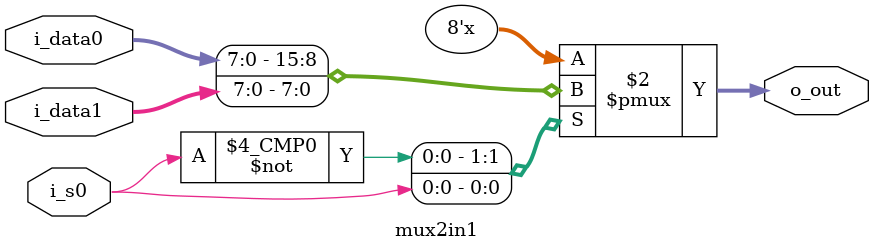
<source format=v>

module mux2in1 #(parameter WIDTH=8)(input i_s0,
		input [WIDTH-1:0] i_data0, i_data1,
		output reg [WIDTH-1:0] o_out);


always @(*)
begin
	case (i_s0)
		1'b0: o_out = i_data0;
		1'b1: o_out = i_data1;
	endcase
end

endmodule


</source>
